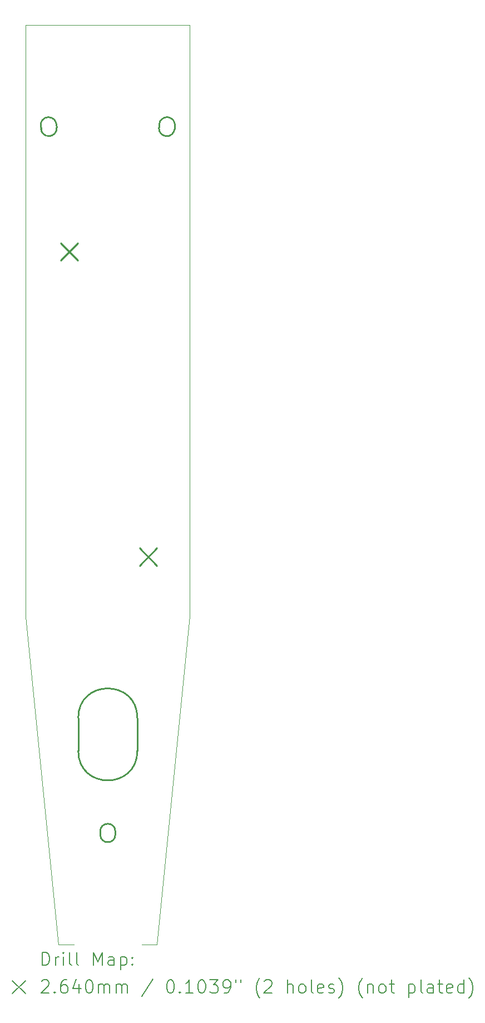
<source format=gbr>
%TF.GenerationSoftware,KiCad,Pcbnew,(6.0.8-1)-1*%
%TF.CreationDate,2022-11-29T20:43:37+01:00*%
%TF.ProjectId,ControllerBoard,436f6e74-726f-46c6-9c65-72426f617264,rev?*%
%TF.SameCoordinates,Original*%
%TF.FileFunction,Drillmap*%
%TF.FilePolarity,Positive*%
%FSLAX45Y45*%
G04 Gerber Fmt 4.5, Leading zero omitted, Abs format (unit mm)*
G04 Created by KiCad (PCBNEW (6.0.8-1)-1) date 2022-11-29 20:43:37*
%MOMM*%
%LPD*%
G01*
G04 APERTURE LIST*
%ADD10C,0.250000*%
%ADD11C,0.100000*%
%ADD12C,0.200000*%
%ADD13C,0.264000*%
G04 APERTURE END LIST*
D10*
X10950000Y-15825000D02*
G75*
G03*
X11180000Y-15825000I115000J0D01*
G01*
X11180000Y-15775000D02*
G75*
G03*
X10950000Y-15775000I-115000J0D01*
G01*
X11843332Y-5064901D02*
G75*
G03*
X12082496Y-5084924I119582J-10012D01*
G01*
X12086668Y-5035099D02*
G75*
G03*
X11847504Y-5015076I-119582J10012D01*
G01*
X10047505Y-5084924D02*
G75*
G03*
X10286667Y-5064901I119582J10011D01*
G01*
X10282496Y-5015076D02*
G75*
G03*
X10043333Y-5035099I-119582J-10011D01*
G01*
X10615000Y-14550000D02*
G75*
G03*
X11515000Y-14550000I450000J0D01*
G01*
X11515000Y-14050000D02*
G75*
G03*
X10615000Y-14050000I-450000J0D01*
G01*
X10950000Y-15775000D02*
X10950000Y-15825000D01*
X11180000Y-15775000D02*
X11180000Y-15825000D01*
X11847504Y-5015076D02*
X11843333Y-5064901D01*
X12086667Y-5035099D02*
X12082496Y-5084924D01*
X10043333Y-5035099D02*
X10047504Y-5084924D01*
X10282496Y-5015076D02*
X10286667Y-5064901D01*
X10615000Y-14050000D02*
X10615000Y-14550000D01*
X11515000Y-14050000D02*
X11515000Y-14550000D01*
D11*
X11580000Y-17500000D02*
X11815000Y-17500000D01*
X10315000Y-17500000D02*
X9815000Y-12500000D01*
X12315000Y-12500000D02*
X12315000Y-3500000D01*
X9815000Y-12500000D02*
X9815000Y-3500000D01*
X10550000Y-17500000D02*
X10315000Y-17500000D01*
X12315000Y-12500000D02*
X11815000Y-17500000D01*
X12315000Y-3500000D02*
X9815000Y-3500000D01*
D12*
D13*
X10348500Y-6818000D02*
X10612500Y-7082000D01*
X10612500Y-6818000D02*
X10348500Y-7082000D01*
X11547500Y-11466000D02*
X11811500Y-11730000D01*
X11811500Y-11466000D02*
X11547500Y-11730000D01*
D12*
X10067619Y-17815476D02*
X10067619Y-17615476D01*
X10115238Y-17615476D01*
X10143810Y-17625000D01*
X10162857Y-17644048D01*
X10172381Y-17663095D01*
X10181905Y-17701190D01*
X10181905Y-17729762D01*
X10172381Y-17767857D01*
X10162857Y-17786905D01*
X10143810Y-17805952D01*
X10115238Y-17815476D01*
X10067619Y-17815476D01*
X10267619Y-17815476D02*
X10267619Y-17682143D01*
X10267619Y-17720238D02*
X10277143Y-17701190D01*
X10286667Y-17691667D01*
X10305714Y-17682143D01*
X10324762Y-17682143D01*
X10391429Y-17815476D02*
X10391429Y-17682143D01*
X10391429Y-17615476D02*
X10381905Y-17625000D01*
X10391429Y-17634524D01*
X10400952Y-17625000D01*
X10391429Y-17615476D01*
X10391429Y-17634524D01*
X10515238Y-17815476D02*
X10496190Y-17805952D01*
X10486667Y-17786905D01*
X10486667Y-17615476D01*
X10620000Y-17815476D02*
X10600952Y-17805952D01*
X10591429Y-17786905D01*
X10591429Y-17615476D01*
X10848571Y-17815476D02*
X10848571Y-17615476D01*
X10915238Y-17758333D01*
X10981905Y-17615476D01*
X10981905Y-17815476D01*
X11162857Y-17815476D02*
X11162857Y-17710714D01*
X11153333Y-17691667D01*
X11134286Y-17682143D01*
X11096190Y-17682143D01*
X11077143Y-17691667D01*
X11162857Y-17805952D02*
X11143810Y-17815476D01*
X11096190Y-17815476D01*
X11077143Y-17805952D01*
X11067619Y-17786905D01*
X11067619Y-17767857D01*
X11077143Y-17748810D01*
X11096190Y-17739286D01*
X11143810Y-17739286D01*
X11162857Y-17729762D01*
X11258095Y-17682143D02*
X11258095Y-17882143D01*
X11258095Y-17691667D02*
X11277143Y-17682143D01*
X11315238Y-17682143D01*
X11334286Y-17691667D01*
X11343809Y-17701190D01*
X11353333Y-17720238D01*
X11353333Y-17777381D01*
X11343809Y-17796429D01*
X11334286Y-17805952D01*
X11315238Y-17815476D01*
X11277143Y-17815476D01*
X11258095Y-17805952D01*
X11439048Y-17796429D02*
X11448571Y-17805952D01*
X11439048Y-17815476D01*
X11429524Y-17805952D01*
X11439048Y-17796429D01*
X11439048Y-17815476D01*
X11439048Y-17691667D02*
X11448571Y-17701190D01*
X11439048Y-17710714D01*
X11429524Y-17701190D01*
X11439048Y-17691667D01*
X11439048Y-17710714D01*
X9610000Y-18045000D02*
X9810000Y-18245000D01*
X9810000Y-18045000D02*
X9610000Y-18245000D01*
X10058095Y-18054524D02*
X10067619Y-18045000D01*
X10086667Y-18035476D01*
X10134286Y-18035476D01*
X10153333Y-18045000D01*
X10162857Y-18054524D01*
X10172381Y-18073571D01*
X10172381Y-18092619D01*
X10162857Y-18121190D01*
X10048571Y-18235476D01*
X10172381Y-18235476D01*
X10258095Y-18216429D02*
X10267619Y-18225952D01*
X10258095Y-18235476D01*
X10248571Y-18225952D01*
X10258095Y-18216429D01*
X10258095Y-18235476D01*
X10439048Y-18035476D02*
X10400952Y-18035476D01*
X10381905Y-18045000D01*
X10372381Y-18054524D01*
X10353333Y-18083095D01*
X10343810Y-18121190D01*
X10343810Y-18197381D01*
X10353333Y-18216429D01*
X10362857Y-18225952D01*
X10381905Y-18235476D01*
X10420000Y-18235476D01*
X10439048Y-18225952D01*
X10448571Y-18216429D01*
X10458095Y-18197381D01*
X10458095Y-18149762D01*
X10448571Y-18130714D01*
X10439048Y-18121190D01*
X10420000Y-18111667D01*
X10381905Y-18111667D01*
X10362857Y-18121190D01*
X10353333Y-18130714D01*
X10343810Y-18149762D01*
X10629524Y-18102143D02*
X10629524Y-18235476D01*
X10581905Y-18025952D02*
X10534286Y-18168810D01*
X10658095Y-18168810D01*
X10772381Y-18035476D02*
X10791429Y-18035476D01*
X10810476Y-18045000D01*
X10820000Y-18054524D01*
X10829524Y-18073571D01*
X10839048Y-18111667D01*
X10839048Y-18159286D01*
X10829524Y-18197381D01*
X10820000Y-18216429D01*
X10810476Y-18225952D01*
X10791429Y-18235476D01*
X10772381Y-18235476D01*
X10753333Y-18225952D01*
X10743810Y-18216429D01*
X10734286Y-18197381D01*
X10724762Y-18159286D01*
X10724762Y-18111667D01*
X10734286Y-18073571D01*
X10743810Y-18054524D01*
X10753333Y-18045000D01*
X10772381Y-18035476D01*
X10924762Y-18235476D02*
X10924762Y-18102143D01*
X10924762Y-18121190D02*
X10934286Y-18111667D01*
X10953333Y-18102143D01*
X10981905Y-18102143D01*
X11000952Y-18111667D01*
X11010476Y-18130714D01*
X11010476Y-18235476D01*
X11010476Y-18130714D02*
X11020000Y-18111667D01*
X11039048Y-18102143D01*
X11067619Y-18102143D01*
X11086667Y-18111667D01*
X11096190Y-18130714D01*
X11096190Y-18235476D01*
X11191428Y-18235476D02*
X11191428Y-18102143D01*
X11191428Y-18121190D02*
X11200952Y-18111667D01*
X11220000Y-18102143D01*
X11248571Y-18102143D01*
X11267619Y-18111667D01*
X11277143Y-18130714D01*
X11277143Y-18235476D01*
X11277143Y-18130714D02*
X11286667Y-18111667D01*
X11305714Y-18102143D01*
X11334286Y-18102143D01*
X11353333Y-18111667D01*
X11362857Y-18130714D01*
X11362857Y-18235476D01*
X11753333Y-18025952D02*
X11581905Y-18283095D01*
X12010476Y-18035476D02*
X12029524Y-18035476D01*
X12048571Y-18045000D01*
X12058095Y-18054524D01*
X12067619Y-18073571D01*
X12077143Y-18111667D01*
X12077143Y-18159286D01*
X12067619Y-18197381D01*
X12058095Y-18216429D01*
X12048571Y-18225952D01*
X12029524Y-18235476D01*
X12010476Y-18235476D01*
X11991428Y-18225952D01*
X11981905Y-18216429D01*
X11972381Y-18197381D01*
X11962857Y-18159286D01*
X11962857Y-18111667D01*
X11972381Y-18073571D01*
X11981905Y-18054524D01*
X11991428Y-18045000D01*
X12010476Y-18035476D01*
X12162857Y-18216429D02*
X12172381Y-18225952D01*
X12162857Y-18235476D01*
X12153333Y-18225952D01*
X12162857Y-18216429D01*
X12162857Y-18235476D01*
X12362857Y-18235476D02*
X12248571Y-18235476D01*
X12305714Y-18235476D02*
X12305714Y-18035476D01*
X12286667Y-18064048D01*
X12267619Y-18083095D01*
X12248571Y-18092619D01*
X12486667Y-18035476D02*
X12505714Y-18035476D01*
X12524762Y-18045000D01*
X12534286Y-18054524D01*
X12543809Y-18073571D01*
X12553333Y-18111667D01*
X12553333Y-18159286D01*
X12543809Y-18197381D01*
X12534286Y-18216429D01*
X12524762Y-18225952D01*
X12505714Y-18235476D01*
X12486667Y-18235476D01*
X12467619Y-18225952D01*
X12458095Y-18216429D01*
X12448571Y-18197381D01*
X12439048Y-18159286D01*
X12439048Y-18111667D01*
X12448571Y-18073571D01*
X12458095Y-18054524D01*
X12467619Y-18045000D01*
X12486667Y-18035476D01*
X12620000Y-18035476D02*
X12743809Y-18035476D01*
X12677143Y-18111667D01*
X12705714Y-18111667D01*
X12724762Y-18121190D01*
X12734286Y-18130714D01*
X12743809Y-18149762D01*
X12743809Y-18197381D01*
X12734286Y-18216429D01*
X12724762Y-18225952D01*
X12705714Y-18235476D01*
X12648571Y-18235476D01*
X12629524Y-18225952D01*
X12620000Y-18216429D01*
X12839048Y-18235476D02*
X12877143Y-18235476D01*
X12896190Y-18225952D01*
X12905714Y-18216429D01*
X12924762Y-18187857D01*
X12934286Y-18149762D01*
X12934286Y-18073571D01*
X12924762Y-18054524D01*
X12915238Y-18045000D01*
X12896190Y-18035476D01*
X12858095Y-18035476D01*
X12839048Y-18045000D01*
X12829524Y-18054524D01*
X12820000Y-18073571D01*
X12820000Y-18121190D01*
X12829524Y-18140238D01*
X12839048Y-18149762D01*
X12858095Y-18159286D01*
X12896190Y-18159286D01*
X12915238Y-18149762D01*
X12924762Y-18140238D01*
X12934286Y-18121190D01*
X13010476Y-18035476D02*
X13010476Y-18073571D01*
X13086667Y-18035476D02*
X13086667Y-18073571D01*
X13381905Y-18311667D02*
X13372381Y-18302143D01*
X13353333Y-18273571D01*
X13343809Y-18254524D01*
X13334286Y-18225952D01*
X13324762Y-18178333D01*
X13324762Y-18140238D01*
X13334286Y-18092619D01*
X13343809Y-18064048D01*
X13353333Y-18045000D01*
X13372381Y-18016429D01*
X13381905Y-18006905D01*
X13448571Y-18054524D02*
X13458095Y-18045000D01*
X13477143Y-18035476D01*
X13524762Y-18035476D01*
X13543809Y-18045000D01*
X13553333Y-18054524D01*
X13562857Y-18073571D01*
X13562857Y-18092619D01*
X13553333Y-18121190D01*
X13439048Y-18235476D01*
X13562857Y-18235476D01*
X13800952Y-18235476D02*
X13800952Y-18035476D01*
X13886667Y-18235476D02*
X13886667Y-18130714D01*
X13877143Y-18111667D01*
X13858095Y-18102143D01*
X13829524Y-18102143D01*
X13810476Y-18111667D01*
X13800952Y-18121190D01*
X14010476Y-18235476D02*
X13991428Y-18225952D01*
X13981905Y-18216429D01*
X13972381Y-18197381D01*
X13972381Y-18140238D01*
X13981905Y-18121190D01*
X13991428Y-18111667D01*
X14010476Y-18102143D01*
X14039048Y-18102143D01*
X14058095Y-18111667D01*
X14067619Y-18121190D01*
X14077143Y-18140238D01*
X14077143Y-18197381D01*
X14067619Y-18216429D01*
X14058095Y-18225952D01*
X14039048Y-18235476D01*
X14010476Y-18235476D01*
X14191428Y-18235476D02*
X14172381Y-18225952D01*
X14162857Y-18206905D01*
X14162857Y-18035476D01*
X14343809Y-18225952D02*
X14324762Y-18235476D01*
X14286667Y-18235476D01*
X14267619Y-18225952D01*
X14258095Y-18206905D01*
X14258095Y-18130714D01*
X14267619Y-18111667D01*
X14286667Y-18102143D01*
X14324762Y-18102143D01*
X14343809Y-18111667D01*
X14353333Y-18130714D01*
X14353333Y-18149762D01*
X14258095Y-18168810D01*
X14429524Y-18225952D02*
X14448571Y-18235476D01*
X14486667Y-18235476D01*
X14505714Y-18225952D01*
X14515238Y-18206905D01*
X14515238Y-18197381D01*
X14505714Y-18178333D01*
X14486667Y-18168810D01*
X14458095Y-18168810D01*
X14439048Y-18159286D01*
X14429524Y-18140238D01*
X14429524Y-18130714D01*
X14439048Y-18111667D01*
X14458095Y-18102143D01*
X14486667Y-18102143D01*
X14505714Y-18111667D01*
X14581905Y-18311667D02*
X14591428Y-18302143D01*
X14610476Y-18273571D01*
X14620000Y-18254524D01*
X14629524Y-18225952D01*
X14639048Y-18178333D01*
X14639048Y-18140238D01*
X14629524Y-18092619D01*
X14620000Y-18064048D01*
X14610476Y-18045000D01*
X14591428Y-18016429D01*
X14581905Y-18006905D01*
X14943809Y-18311667D02*
X14934286Y-18302143D01*
X14915238Y-18273571D01*
X14905714Y-18254524D01*
X14896190Y-18225952D01*
X14886667Y-18178333D01*
X14886667Y-18140238D01*
X14896190Y-18092619D01*
X14905714Y-18064048D01*
X14915238Y-18045000D01*
X14934286Y-18016429D01*
X14943809Y-18006905D01*
X15020000Y-18102143D02*
X15020000Y-18235476D01*
X15020000Y-18121190D02*
X15029524Y-18111667D01*
X15048571Y-18102143D01*
X15077143Y-18102143D01*
X15096190Y-18111667D01*
X15105714Y-18130714D01*
X15105714Y-18235476D01*
X15229524Y-18235476D02*
X15210476Y-18225952D01*
X15200952Y-18216429D01*
X15191428Y-18197381D01*
X15191428Y-18140238D01*
X15200952Y-18121190D01*
X15210476Y-18111667D01*
X15229524Y-18102143D01*
X15258095Y-18102143D01*
X15277143Y-18111667D01*
X15286667Y-18121190D01*
X15296190Y-18140238D01*
X15296190Y-18197381D01*
X15286667Y-18216429D01*
X15277143Y-18225952D01*
X15258095Y-18235476D01*
X15229524Y-18235476D01*
X15353333Y-18102143D02*
X15429524Y-18102143D01*
X15381905Y-18035476D02*
X15381905Y-18206905D01*
X15391428Y-18225952D01*
X15410476Y-18235476D01*
X15429524Y-18235476D01*
X15648571Y-18102143D02*
X15648571Y-18302143D01*
X15648571Y-18111667D02*
X15667619Y-18102143D01*
X15705714Y-18102143D01*
X15724762Y-18111667D01*
X15734286Y-18121190D01*
X15743809Y-18140238D01*
X15743809Y-18197381D01*
X15734286Y-18216429D01*
X15724762Y-18225952D01*
X15705714Y-18235476D01*
X15667619Y-18235476D01*
X15648571Y-18225952D01*
X15858095Y-18235476D02*
X15839048Y-18225952D01*
X15829524Y-18206905D01*
X15829524Y-18035476D01*
X16020000Y-18235476D02*
X16020000Y-18130714D01*
X16010476Y-18111667D01*
X15991428Y-18102143D01*
X15953333Y-18102143D01*
X15934286Y-18111667D01*
X16020000Y-18225952D02*
X16000952Y-18235476D01*
X15953333Y-18235476D01*
X15934286Y-18225952D01*
X15924762Y-18206905D01*
X15924762Y-18187857D01*
X15934286Y-18168810D01*
X15953333Y-18159286D01*
X16000952Y-18159286D01*
X16020000Y-18149762D01*
X16086667Y-18102143D02*
X16162857Y-18102143D01*
X16115238Y-18035476D02*
X16115238Y-18206905D01*
X16124762Y-18225952D01*
X16143809Y-18235476D01*
X16162857Y-18235476D01*
X16305714Y-18225952D02*
X16286667Y-18235476D01*
X16248571Y-18235476D01*
X16229524Y-18225952D01*
X16220000Y-18206905D01*
X16220000Y-18130714D01*
X16229524Y-18111667D01*
X16248571Y-18102143D01*
X16286667Y-18102143D01*
X16305714Y-18111667D01*
X16315238Y-18130714D01*
X16315238Y-18149762D01*
X16220000Y-18168810D01*
X16486667Y-18235476D02*
X16486667Y-18035476D01*
X16486667Y-18225952D02*
X16467619Y-18235476D01*
X16429524Y-18235476D01*
X16410476Y-18225952D01*
X16400952Y-18216429D01*
X16391428Y-18197381D01*
X16391428Y-18140238D01*
X16400952Y-18121190D01*
X16410476Y-18111667D01*
X16429524Y-18102143D01*
X16467619Y-18102143D01*
X16486667Y-18111667D01*
X16562857Y-18311667D02*
X16572381Y-18302143D01*
X16591428Y-18273571D01*
X16600952Y-18254524D01*
X16610476Y-18225952D01*
X16620000Y-18178333D01*
X16620000Y-18140238D01*
X16610476Y-18092619D01*
X16600952Y-18064048D01*
X16591428Y-18045000D01*
X16572381Y-18016429D01*
X16562857Y-18006905D01*
M02*

</source>
